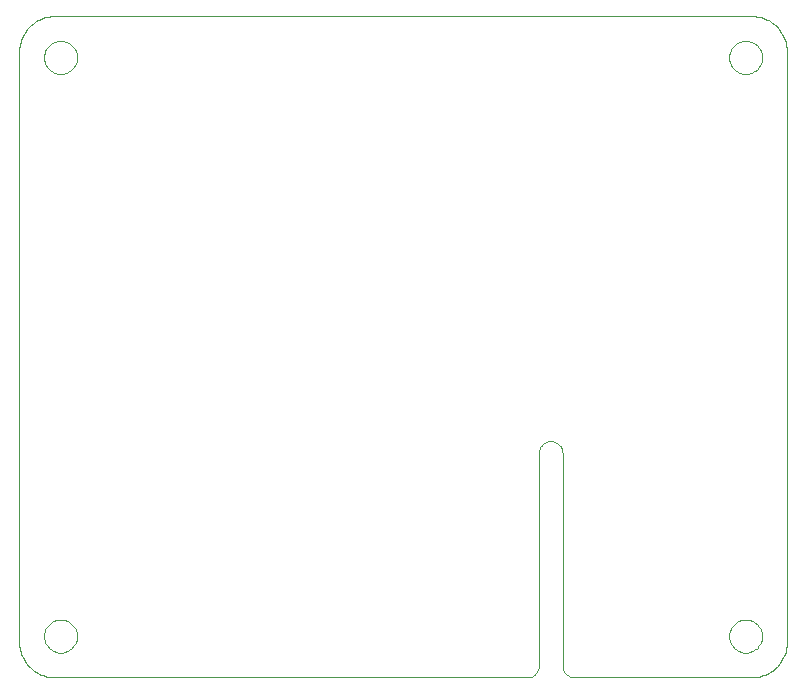
<source format=gbp>
G75*
%MOIN*%
%OFA0B0*%
%FSLAX24Y24*%
%IPPOS*%
%LPD*%
%AMOC8*
5,1,8,0,0,1.08239X$1,22.5*
%
%ADD10C,0.0000*%
D10*
X001331Y000150D02*
X017079Y000150D01*
X017118Y000152D01*
X017156Y000158D01*
X017193Y000167D01*
X017230Y000180D01*
X017265Y000197D01*
X017298Y000216D01*
X017329Y000239D01*
X017358Y000265D01*
X017384Y000294D01*
X017407Y000325D01*
X017426Y000358D01*
X017443Y000393D01*
X017456Y000430D01*
X017465Y000467D01*
X017471Y000505D01*
X017473Y000544D01*
X017473Y007630D01*
X017475Y007669D01*
X017481Y007707D01*
X017490Y007744D01*
X017503Y007781D01*
X017520Y007816D01*
X017539Y007849D01*
X017562Y007880D01*
X017588Y007909D01*
X017617Y007935D01*
X017648Y007958D01*
X017681Y007977D01*
X017716Y007994D01*
X017753Y008007D01*
X017790Y008016D01*
X017828Y008022D01*
X017867Y008024D01*
X017906Y008022D01*
X017944Y008016D01*
X017981Y008007D01*
X018018Y007994D01*
X018053Y007977D01*
X018086Y007958D01*
X018117Y007935D01*
X018146Y007909D01*
X018172Y007880D01*
X018195Y007849D01*
X018214Y007816D01*
X018231Y007781D01*
X018244Y007744D01*
X018253Y007707D01*
X018259Y007669D01*
X018261Y007630D01*
X018260Y007630D02*
X018260Y000544D01*
X018262Y000505D01*
X018268Y000467D01*
X018277Y000430D01*
X018290Y000393D01*
X018307Y000358D01*
X018326Y000325D01*
X018349Y000294D01*
X018375Y000265D01*
X018404Y000239D01*
X018435Y000216D01*
X018468Y000197D01*
X018503Y000180D01*
X018540Y000167D01*
X018577Y000158D01*
X018615Y000152D01*
X018654Y000150D01*
X024559Y000150D01*
X024625Y000152D01*
X024691Y000157D01*
X024757Y000167D01*
X024822Y000180D01*
X024886Y000196D01*
X024949Y000216D01*
X025011Y000240D01*
X025071Y000267D01*
X025130Y000297D01*
X025187Y000331D01*
X025242Y000368D01*
X025295Y000408D01*
X025346Y000450D01*
X025394Y000496D01*
X025440Y000544D01*
X025482Y000595D01*
X025522Y000648D01*
X025559Y000703D01*
X025593Y000760D01*
X025623Y000819D01*
X025650Y000879D01*
X025674Y000941D01*
X025694Y001004D01*
X025710Y001068D01*
X025723Y001133D01*
X025733Y001199D01*
X025738Y001265D01*
X025740Y001331D01*
X025741Y001331D02*
X025741Y021016D01*
X025740Y021016D02*
X025738Y021082D01*
X025733Y021148D01*
X025723Y021214D01*
X025710Y021279D01*
X025694Y021343D01*
X025674Y021406D01*
X025650Y021468D01*
X025623Y021528D01*
X025593Y021587D01*
X025559Y021644D01*
X025522Y021699D01*
X025482Y021752D01*
X025440Y021803D01*
X025394Y021851D01*
X025346Y021897D01*
X025295Y021939D01*
X025242Y021979D01*
X025187Y022016D01*
X025130Y022050D01*
X025071Y022080D01*
X025011Y022107D01*
X024949Y022131D01*
X024886Y022151D01*
X024822Y022167D01*
X024757Y022180D01*
X024691Y022190D01*
X024625Y022195D01*
X024559Y022197D01*
X001331Y022197D01*
X001265Y022195D01*
X001199Y022190D01*
X001133Y022180D01*
X001068Y022167D01*
X001004Y022151D01*
X000941Y022131D01*
X000879Y022107D01*
X000819Y022080D01*
X000760Y022050D01*
X000703Y022016D01*
X000648Y021979D01*
X000595Y021939D01*
X000544Y021897D01*
X000496Y021851D01*
X000450Y021803D01*
X000408Y021752D01*
X000368Y021699D01*
X000331Y021644D01*
X000297Y021587D01*
X000267Y021528D01*
X000240Y021468D01*
X000216Y021406D01*
X000196Y021343D01*
X000180Y021279D01*
X000167Y021214D01*
X000157Y021148D01*
X000152Y021082D01*
X000150Y021016D01*
X000150Y001331D01*
X000152Y001265D01*
X000157Y001199D01*
X000167Y001133D01*
X000180Y001068D01*
X000196Y001004D01*
X000216Y000941D01*
X000240Y000879D01*
X000267Y000819D01*
X000297Y000760D01*
X000331Y000703D01*
X000368Y000648D01*
X000408Y000595D01*
X000450Y000544D01*
X000496Y000496D01*
X000544Y000450D01*
X000595Y000408D01*
X000648Y000368D01*
X000703Y000331D01*
X000760Y000297D01*
X000819Y000267D01*
X000879Y000240D01*
X000941Y000216D01*
X001004Y000196D01*
X001068Y000180D01*
X001133Y000167D01*
X001199Y000157D01*
X001265Y000152D01*
X001331Y000150D01*
X000977Y001528D02*
X000979Y001575D01*
X000985Y001621D01*
X000995Y001667D01*
X001008Y001712D01*
X001026Y001755D01*
X001047Y001797D01*
X001071Y001837D01*
X001099Y001874D01*
X001130Y001909D01*
X001164Y001942D01*
X001200Y001971D01*
X001239Y001997D01*
X001280Y002020D01*
X001323Y002039D01*
X001367Y002055D01*
X001412Y002067D01*
X001458Y002075D01*
X001505Y002079D01*
X001551Y002079D01*
X001598Y002075D01*
X001644Y002067D01*
X001689Y002055D01*
X001733Y002039D01*
X001776Y002020D01*
X001817Y001997D01*
X001856Y001971D01*
X001892Y001942D01*
X001926Y001909D01*
X001957Y001874D01*
X001985Y001837D01*
X002009Y001797D01*
X002030Y001755D01*
X002048Y001712D01*
X002061Y001667D01*
X002071Y001621D01*
X002077Y001575D01*
X002079Y001528D01*
X002077Y001481D01*
X002071Y001435D01*
X002061Y001389D01*
X002048Y001344D01*
X002030Y001301D01*
X002009Y001259D01*
X001985Y001219D01*
X001957Y001182D01*
X001926Y001147D01*
X001892Y001114D01*
X001856Y001085D01*
X001817Y001059D01*
X001776Y001036D01*
X001733Y001017D01*
X001689Y001001D01*
X001644Y000989D01*
X001598Y000981D01*
X001551Y000977D01*
X001505Y000977D01*
X001458Y000981D01*
X001412Y000989D01*
X001367Y001001D01*
X001323Y001017D01*
X001280Y001036D01*
X001239Y001059D01*
X001200Y001085D01*
X001164Y001114D01*
X001130Y001147D01*
X001099Y001182D01*
X001071Y001219D01*
X001047Y001259D01*
X001026Y001301D01*
X001008Y001344D01*
X000995Y001389D01*
X000985Y001435D01*
X000979Y001481D01*
X000977Y001528D01*
X023812Y001528D02*
X023814Y001575D01*
X023820Y001621D01*
X023830Y001667D01*
X023843Y001712D01*
X023861Y001755D01*
X023882Y001797D01*
X023906Y001837D01*
X023934Y001874D01*
X023965Y001909D01*
X023999Y001942D01*
X024035Y001971D01*
X024074Y001997D01*
X024115Y002020D01*
X024158Y002039D01*
X024202Y002055D01*
X024247Y002067D01*
X024293Y002075D01*
X024340Y002079D01*
X024386Y002079D01*
X024433Y002075D01*
X024479Y002067D01*
X024524Y002055D01*
X024568Y002039D01*
X024611Y002020D01*
X024652Y001997D01*
X024691Y001971D01*
X024727Y001942D01*
X024761Y001909D01*
X024792Y001874D01*
X024820Y001837D01*
X024844Y001797D01*
X024865Y001755D01*
X024883Y001712D01*
X024896Y001667D01*
X024906Y001621D01*
X024912Y001575D01*
X024914Y001528D01*
X024912Y001481D01*
X024906Y001435D01*
X024896Y001389D01*
X024883Y001344D01*
X024865Y001301D01*
X024844Y001259D01*
X024820Y001219D01*
X024792Y001182D01*
X024761Y001147D01*
X024727Y001114D01*
X024691Y001085D01*
X024652Y001059D01*
X024611Y001036D01*
X024568Y001017D01*
X024524Y001001D01*
X024479Y000989D01*
X024433Y000981D01*
X024386Y000977D01*
X024340Y000977D01*
X024293Y000981D01*
X024247Y000989D01*
X024202Y001001D01*
X024158Y001017D01*
X024115Y001036D01*
X024074Y001059D01*
X024035Y001085D01*
X023999Y001114D01*
X023965Y001147D01*
X023934Y001182D01*
X023906Y001219D01*
X023882Y001259D01*
X023861Y001301D01*
X023843Y001344D01*
X023830Y001389D01*
X023820Y001435D01*
X023814Y001481D01*
X023812Y001528D01*
X023812Y020819D02*
X023814Y020866D01*
X023820Y020912D01*
X023830Y020958D01*
X023843Y021003D01*
X023861Y021046D01*
X023882Y021088D01*
X023906Y021128D01*
X023934Y021165D01*
X023965Y021200D01*
X023999Y021233D01*
X024035Y021262D01*
X024074Y021288D01*
X024115Y021311D01*
X024158Y021330D01*
X024202Y021346D01*
X024247Y021358D01*
X024293Y021366D01*
X024340Y021370D01*
X024386Y021370D01*
X024433Y021366D01*
X024479Y021358D01*
X024524Y021346D01*
X024568Y021330D01*
X024611Y021311D01*
X024652Y021288D01*
X024691Y021262D01*
X024727Y021233D01*
X024761Y021200D01*
X024792Y021165D01*
X024820Y021128D01*
X024844Y021088D01*
X024865Y021046D01*
X024883Y021003D01*
X024896Y020958D01*
X024906Y020912D01*
X024912Y020866D01*
X024914Y020819D01*
X024912Y020772D01*
X024906Y020726D01*
X024896Y020680D01*
X024883Y020635D01*
X024865Y020592D01*
X024844Y020550D01*
X024820Y020510D01*
X024792Y020473D01*
X024761Y020438D01*
X024727Y020405D01*
X024691Y020376D01*
X024652Y020350D01*
X024611Y020327D01*
X024568Y020308D01*
X024524Y020292D01*
X024479Y020280D01*
X024433Y020272D01*
X024386Y020268D01*
X024340Y020268D01*
X024293Y020272D01*
X024247Y020280D01*
X024202Y020292D01*
X024158Y020308D01*
X024115Y020327D01*
X024074Y020350D01*
X024035Y020376D01*
X023999Y020405D01*
X023965Y020438D01*
X023934Y020473D01*
X023906Y020510D01*
X023882Y020550D01*
X023861Y020592D01*
X023843Y020635D01*
X023830Y020680D01*
X023820Y020726D01*
X023814Y020772D01*
X023812Y020819D01*
X000977Y020819D02*
X000979Y020866D01*
X000985Y020912D01*
X000995Y020958D01*
X001008Y021003D01*
X001026Y021046D01*
X001047Y021088D01*
X001071Y021128D01*
X001099Y021165D01*
X001130Y021200D01*
X001164Y021233D01*
X001200Y021262D01*
X001239Y021288D01*
X001280Y021311D01*
X001323Y021330D01*
X001367Y021346D01*
X001412Y021358D01*
X001458Y021366D01*
X001505Y021370D01*
X001551Y021370D01*
X001598Y021366D01*
X001644Y021358D01*
X001689Y021346D01*
X001733Y021330D01*
X001776Y021311D01*
X001817Y021288D01*
X001856Y021262D01*
X001892Y021233D01*
X001926Y021200D01*
X001957Y021165D01*
X001985Y021128D01*
X002009Y021088D01*
X002030Y021046D01*
X002048Y021003D01*
X002061Y020958D01*
X002071Y020912D01*
X002077Y020866D01*
X002079Y020819D01*
X002077Y020772D01*
X002071Y020726D01*
X002061Y020680D01*
X002048Y020635D01*
X002030Y020592D01*
X002009Y020550D01*
X001985Y020510D01*
X001957Y020473D01*
X001926Y020438D01*
X001892Y020405D01*
X001856Y020376D01*
X001817Y020350D01*
X001776Y020327D01*
X001733Y020308D01*
X001689Y020292D01*
X001644Y020280D01*
X001598Y020272D01*
X001551Y020268D01*
X001505Y020268D01*
X001458Y020272D01*
X001412Y020280D01*
X001367Y020292D01*
X001323Y020308D01*
X001280Y020327D01*
X001239Y020350D01*
X001200Y020376D01*
X001164Y020405D01*
X001130Y020438D01*
X001099Y020473D01*
X001071Y020510D01*
X001047Y020550D01*
X001026Y020592D01*
X001008Y020635D01*
X000995Y020680D01*
X000985Y020726D01*
X000979Y020772D01*
X000977Y020819D01*
M02*

</source>
